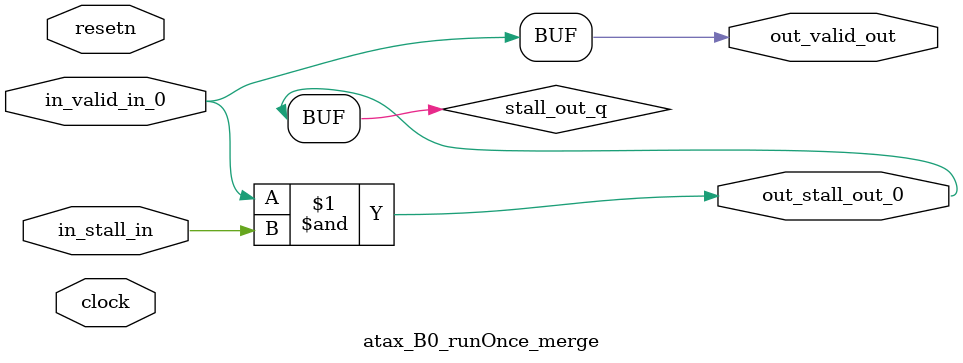
<source format=sv>



(* altera_attribute = "-name AUTO_SHIFT_REGISTER_RECOGNITION OFF; -name MESSAGE_DISABLE 10036; -name MESSAGE_DISABLE 10037; -name MESSAGE_DISABLE 14130; -name MESSAGE_DISABLE 14320; -name MESSAGE_DISABLE 15400; -name MESSAGE_DISABLE 14130; -name MESSAGE_DISABLE 10036; -name MESSAGE_DISABLE 12020; -name MESSAGE_DISABLE 12030; -name MESSAGE_DISABLE 12010; -name MESSAGE_DISABLE 12110; -name MESSAGE_DISABLE 14320; -name MESSAGE_DISABLE 13410; -name MESSAGE_DISABLE 113007; -name MESSAGE_DISABLE 10958" *)
module atax_B0_runOnce_merge (
    input wire [0:0] in_stall_in,
    input wire [0:0] in_valid_in_0,
    output wire [0:0] out_stall_out_0,
    output wire [0:0] out_valid_out,
    input wire clock,
    input wire resetn
    );

    wire [0:0] stall_out_q;


    // stall_out(LOGICAL,6)
    assign stall_out_q = in_valid_in_0 & in_stall_in;

    // out_stall_out_0(GPOUT,4)
    assign out_stall_out_0 = stall_out_q;

    // out_valid_out(GPOUT,5)
    assign out_valid_out = in_valid_in_0;

endmodule

</source>
